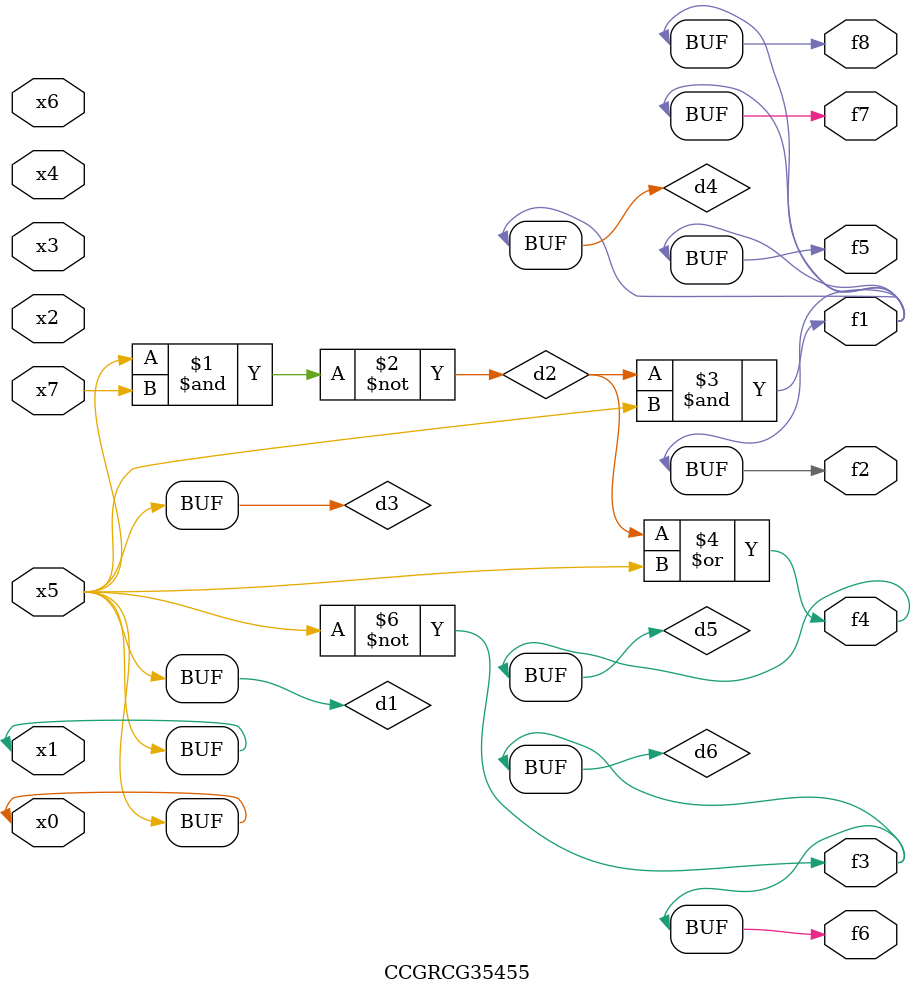
<source format=v>
module CCGRCG35455(
	input x0, x1, x2, x3, x4, x5, x6, x7,
	output f1, f2, f3, f4, f5, f6, f7, f8
);

	wire d1, d2, d3, d4, d5, d6;

	buf (d1, x0, x5);
	nand (d2, x5, x7);
	buf (d3, x0, x1);
	and (d4, d2, d3);
	or (d5, d2, d3);
	nor (d6, d1, d3);
	assign f1 = d4;
	assign f2 = d4;
	assign f3 = d6;
	assign f4 = d5;
	assign f5 = d4;
	assign f6 = d6;
	assign f7 = d4;
	assign f8 = d4;
endmodule

</source>
